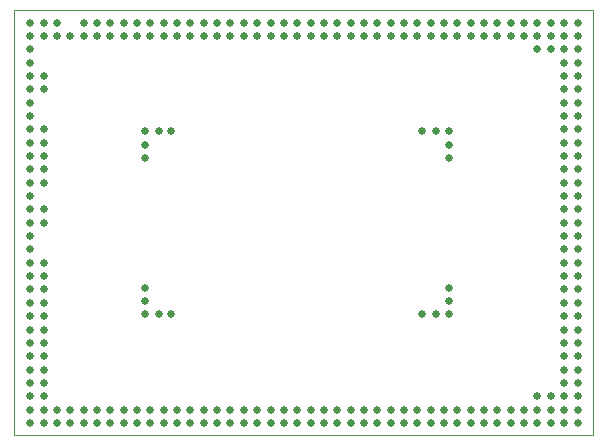
<source format=gtp>
G04 EAGLE Gerber X2 export*
%TF.Part,Single*%
%TF.FileFunction,Other,Top Paste*%
%TF.FilePolarity,Positive*%
%TF.GenerationSoftware,Autodesk,EAGLE,9.0.0*%
%TF.CreationDate,2018-08-23T05:46:31Z*%
G75*
%MOMM*%
%FSLAX34Y34*%
%LPD*%
%AMOC8*
5,1,8,0,0,1.08239X$1,22.5*%
G01*
%ADD10C,0.000000*%
%ADD11C,0.650000*%


D10*
X0Y0D02*
X490000Y0D01*
X490000Y360000D01*
X0Y360000D01*
X0Y0D01*
D11*
X13400Y349500D03*
X24700Y349500D03*
X36000Y349500D03*
X58600Y349500D03*
X69900Y349500D03*
X81200Y349500D03*
X92500Y349500D03*
X103800Y349500D03*
X115100Y349500D03*
X126400Y349500D03*
X137700Y349500D03*
X149000Y349500D03*
X160300Y349500D03*
X171600Y349500D03*
X182900Y349500D03*
X194200Y349500D03*
X205500Y349500D03*
X216800Y349500D03*
X228100Y349500D03*
X239400Y349500D03*
X250700Y349500D03*
X262000Y349500D03*
X273300Y349500D03*
X284600Y349500D03*
X295900Y349500D03*
X307200Y349500D03*
X318500Y349500D03*
X329800Y349500D03*
X341100Y349500D03*
X352400Y349500D03*
X363700Y349500D03*
X375000Y349500D03*
X386300Y349500D03*
X397600Y349500D03*
X408900Y349500D03*
X420200Y349500D03*
X431500Y349500D03*
X442800Y349500D03*
X454100Y349500D03*
X465400Y349500D03*
X476700Y349500D03*
X13400Y338200D03*
X24700Y338200D03*
X36000Y338200D03*
X47300Y338200D03*
X58600Y338200D03*
X69900Y338200D03*
X81200Y338200D03*
X92500Y338200D03*
X103800Y338200D03*
X115100Y338200D03*
X126400Y338200D03*
X137700Y338200D03*
X149000Y338200D03*
X160300Y338200D03*
X171600Y338200D03*
X182900Y338200D03*
X194200Y338200D03*
X205500Y338200D03*
X216800Y338200D03*
X228100Y338200D03*
X239400Y338200D03*
X250700Y338200D03*
X262000Y338200D03*
X273300Y338200D03*
X284600Y338200D03*
X295900Y338200D03*
X307200Y338200D03*
X318500Y338200D03*
X329800Y338200D03*
X341100Y338200D03*
X352400Y338200D03*
X363700Y338200D03*
X375000Y338200D03*
X386300Y338200D03*
X397600Y338200D03*
X408900Y338200D03*
X420200Y338200D03*
X431500Y338200D03*
X442800Y338200D03*
X454100Y338200D03*
X465400Y338200D03*
X476700Y338200D03*
X13400Y10500D03*
X24700Y10500D03*
X36000Y10500D03*
X47300Y10500D03*
X58600Y10500D03*
X69900Y10500D03*
X81200Y10500D03*
X92500Y10500D03*
X103800Y10500D03*
X115100Y10500D03*
X126400Y10500D03*
X137700Y10500D03*
X149000Y10500D03*
X160300Y10500D03*
X171600Y10500D03*
X182900Y10500D03*
X194200Y10500D03*
X205500Y10500D03*
X216800Y10500D03*
X228100Y10500D03*
X239400Y10500D03*
X250700Y10500D03*
X262000Y10500D03*
X273300Y10500D03*
X284600Y10500D03*
X295900Y10500D03*
X307200Y10500D03*
X318500Y10500D03*
X329800Y10500D03*
X341100Y10500D03*
X352400Y10500D03*
X363700Y10500D03*
X375000Y10500D03*
X386300Y10500D03*
X397600Y10500D03*
X408900Y10500D03*
X420200Y10500D03*
X431500Y10500D03*
X442800Y10500D03*
X454100Y10500D03*
X465400Y10500D03*
X476700Y10500D03*
X13400Y21800D03*
X24700Y21800D03*
X36000Y21800D03*
X47300Y21800D03*
X58600Y21800D03*
X69900Y21800D03*
X81200Y21800D03*
X92500Y21800D03*
X103800Y21800D03*
X115100Y21800D03*
X126400Y21800D03*
X137700Y21800D03*
X149000Y21800D03*
X160300Y21800D03*
X171600Y21800D03*
X182900Y21800D03*
X194200Y21800D03*
X205500Y21800D03*
X216800Y21800D03*
X228100Y21800D03*
X239400Y21800D03*
X250700Y21800D03*
X262000Y21800D03*
X273300Y21800D03*
X284600Y21800D03*
X295900Y21800D03*
X307200Y21800D03*
X318500Y21800D03*
X329800Y21800D03*
X341100Y21800D03*
X352400Y21800D03*
X363700Y21800D03*
X375000Y21800D03*
X386300Y21800D03*
X397600Y21800D03*
X408900Y21800D03*
X420200Y21800D03*
X431500Y21800D03*
X442800Y21800D03*
X454100Y21800D03*
X465400Y21800D03*
X476700Y21800D03*
X13400Y326900D03*
X13400Y315600D03*
X13400Y304300D03*
X13400Y293000D03*
X13400Y281700D03*
X13400Y270400D03*
X13400Y259100D03*
X13400Y247800D03*
X13400Y236500D03*
X13400Y225200D03*
X13400Y213900D03*
X13400Y202600D03*
X13400Y191300D03*
X13400Y180000D03*
X13400Y168700D03*
X13400Y157400D03*
X13400Y146100D03*
X13400Y134800D03*
X13400Y123500D03*
X13400Y112200D03*
X13400Y100900D03*
X13400Y89600D03*
X13400Y78300D03*
X13400Y67000D03*
X13400Y55700D03*
X13400Y44400D03*
X13400Y33100D03*
X24700Y304300D03*
X24700Y293000D03*
X24700Y259100D03*
X24700Y247800D03*
X24700Y236500D03*
X24700Y225200D03*
X24700Y213900D03*
X24700Y191300D03*
X24700Y180000D03*
X24700Y146100D03*
X24700Y134800D03*
X24700Y123500D03*
X24700Y112200D03*
X24700Y100900D03*
X24700Y89600D03*
X24700Y78300D03*
X24700Y67000D03*
X24700Y55700D03*
X24700Y44400D03*
X24700Y33100D03*
X442800Y326900D03*
X454100Y326900D03*
X465400Y326900D03*
X476700Y326900D03*
X465400Y315600D03*
X465400Y304300D03*
X465400Y293000D03*
X465400Y281700D03*
X465400Y270400D03*
X465400Y259100D03*
X465400Y247800D03*
X465400Y236500D03*
X465400Y225200D03*
X465400Y213900D03*
X465400Y202600D03*
X465400Y191300D03*
X465400Y180000D03*
X465400Y168700D03*
X465400Y157400D03*
X465400Y146100D03*
X465400Y134800D03*
X465400Y123500D03*
X465400Y112200D03*
X465400Y100900D03*
X465400Y89600D03*
X465400Y78300D03*
X465400Y67000D03*
X465400Y55700D03*
X465400Y44400D03*
X465400Y33100D03*
X476700Y33100D03*
X476700Y44400D03*
X476700Y55700D03*
X476700Y67000D03*
X476700Y78300D03*
X476700Y89600D03*
X476700Y100900D03*
X476700Y112200D03*
X476700Y123500D03*
X476700Y134800D03*
X476700Y146100D03*
X476700Y157400D03*
X476700Y168700D03*
X476700Y180000D03*
X476700Y191300D03*
X476700Y202600D03*
X476700Y213900D03*
X476700Y225200D03*
X476700Y236500D03*
X476700Y247800D03*
X476700Y259100D03*
X476700Y270400D03*
X476700Y281700D03*
X476700Y304300D03*
X476700Y293000D03*
X476700Y315600D03*
X442800Y33100D03*
X454100Y33100D03*
X110900Y257500D03*
X122200Y257500D03*
X132500Y257500D03*
X345200Y257500D03*
X356500Y257500D03*
X367800Y257500D03*
X110900Y246200D03*
X367800Y246200D03*
X110900Y234900D03*
X367800Y234900D03*
X110900Y125100D03*
X367800Y125100D03*
X110900Y113800D03*
X367800Y113800D03*
X110900Y102500D03*
X122200Y102500D03*
X132500Y102500D03*
X345200Y102500D03*
X356500Y102500D03*
X367800Y102500D03*
M02*

</source>
